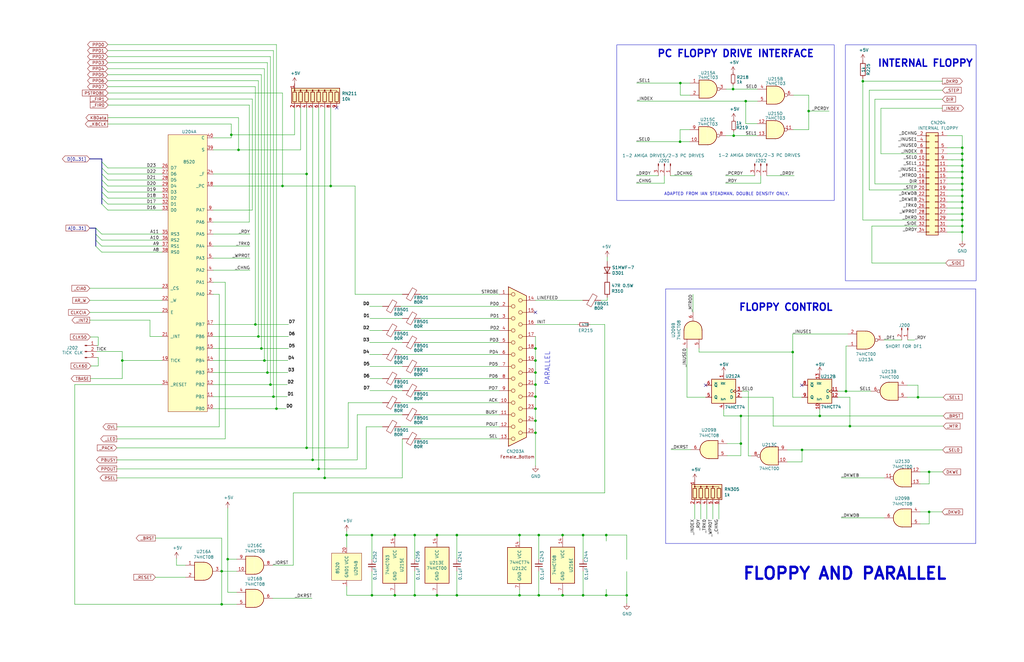
<source format=kicad_sch>
(kicad_sch (version 20230121) (generator eeschema)
  (paper "B")
  (title_block (title "AMIGA PCI") (date "2023-05-28") (rev "1"))
  (junction (at 363.855 34.29))
  (junction (at 219.075 225.806))
  (junction (at 219.075 251.206))
  (junction (at 129.286 73.406))
  (junction (at 108.966 141.986))
  (junction (at 225.806 182.626))
  (junction (at 264.287 251.206))
  (junction (at 314.452 42.672))
  (junction (at 391.795 216.027))
  (junction (at 227.203 251.206))
  (junction (at 405.765 69.977))
  (junction (at 237.236 225.806))
  (junction (at 96.012 235.966))
  (junction (at 309.372 57.277))
  (junction (at 405.765 92.837))
  (junction (at 184.277 251.206))
  (junction (at 286.766 59.817))
  (junction (at 139.446 78.486))
  (junction (at 405.765 77.597))
  (junction (at 112.776 157.226))
  (junction (at 110.236 147.066))
  (junction (at 387.096 167.64))
  (junction (at 225.806 177.546))
  (junction (at 405.765 67.437))
  (junction (at 405.765 82.677))
  (junction (at 192.659 225.806))
  (junction (at 184.277 225.806))
  (junction (at 225.806 167.386))
  (junction (at 255.651 251.206))
  (junction (at 312.42 175.514))
  (junction (at 405.765 90.297))
  (junction (at 334.264 148.59))
  (junction (at 114.046 162.306))
  (junction (at 345.694 175.514))
  (junction (at 174.879 225.806))
  (junction (at 405.765 64.897))
  (junction (at 338.201 189.865))
  (junction (at 405.765 72.517))
  (junction (at 358.394 179.832))
  (junction (at 51.562 152.146))
  (junction (at 192.659 251.206))
  (junction (at 245.872 251.206))
  (junction (at 107.696 136.906))
  (junction (at 356.743 165.1))
  (junction (at 156.845 225.806))
  (junction (at 225.806 157.226))
  (junction (at 146.177 225.806))
  (junction (at 97.536 56.896))
  (junction (at 227.203 225.806))
  (junction (at 286.893 35.052))
  (junction (at 134.366 197.866))
  (junction (at 93.472 241.046))
  (junction (at 119.126 78.486))
  (junction (at 131.826 194.056))
  (junction (at 93.472 255.016))
  (junction (at 166.497 225.806))
  (junction (at 225.806 172.466))
  (junction (at 116.586 172.466))
  (junction (at 245.872 225.806))
  (junction (at 405.765 62.357))
  (junction (at 405.765 80.137))
  (junction (at 225.806 162.306))
  (junction (at 100.584 63.246))
  (junction (at 166.497 251.206))
  (junction (at 309.118 37.592))
  (junction (at 115.316 167.386))
  (junction (at 405.765 95.377))
  (junction (at 312.42 187.198))
  (junction (at 405.765 97.917))
  (junction (at 156.845 251.206))
  (junction (at 225.806 147.066))
  (junction (at 405.765 85.217))
  (junction (at 136.906 201.676))
  (junction (at 405.765 87.757))
  (junction (at 340.995 46.863))
  (junction (at 225.806 152.146))
  (junction (at 129.286 188.976))
  (junction (at 391.795 199.136))
  (junction (at 237.236 251.206))
  (junction (at 174.879 251.206))
  (junction (at 111.506 152.146))
  (junction (at 255.651 225.806))
  (junction (at 405.765 75.057))
  (no_connect (at 141.986 45.466))
  (no_connect (at 297.561 162.56))
  (no_connect (at 338.074 162.56))
  (no_connect (at 225.806 131.826))
  (bus_entry (at 45.466 75.946) (size -2.54 -2.54))
  (bus_entry (at 45.466 70.866) (size -2.54 -2.54))
  (bus_entry (at 45.466 86.106) (size -2.54 -2.54))
  (bus_entry (at 45.466 73.406) (size -2.54 -2.54))
  (bus_entry (at 42.926 98.806) (size -2.54 -2.54))
  (bus_entry (at 42.926 106.426) (size -2.54 -2.54))
  (bus_entry (at 45.466 88.646) (size -2.54 -2.54))
  (bus_entry (at 45.466 78.486) (size -2.54 -2.54))
  (bus_entry (at 42.926 103.886) (size -2.54 -2.54))
  (bus_entry (at 45.466 81.026) (size -2.54 -2.54))
  (bus_entry (at 42.926 101.346) (size -2.54 -2.54))
  (bus_entry (at 45.466 83.566) (size -2.54 -2.54))
  (wire (pts (xy 399.415 75.057) (xy 405.765 75.057)))
  (wire (pts (xy 358.394 179.832) (xy 326.009 179.832)))
  (wire (pts (xy 371.475 64.897) (xy 371.475 45.72)))
  (wire (pts (xy 309.372 57.277) (xy 319.278 57.277)))
  (wire (pts (xy 93.472 241.046) (xy 93.472 255.016)))
  (wire (pts (xy 306.07 57.277) (xy 309.372 57.277)))
  (wire (pts (xy 155.956 159.766) (xy 161.29 159.766)))
  (wire (pts (xy 280.162 74.168) (xy 280.162 77.343)))
  (wire (pts (xy 256.032 125.476) (xy 256.032 126.746)))
  (wire (pts (xy 280.162 77.343) (xy 268.351 77.343)))
  (wire (pts (xy 331.978 194.945) (xy 338.201 194.945)))
  (wire (pts (xy 45.466 23.876) (xy 114.046 23.876)))
  (wire (pts (xy 405.765 95.377) (xy 405.765 97.917)))
  (wire (pts (xy 41.402 150.876) (xy 40.894 150.876)))
  (bus (pts (xy 42.926 68.326) (xy 42.926 70.866)))
  (wire (pts (xy 123.698 208.026) (xy 255.016 208.026)))
  (wire (pts (xy 139.446 45.466) (xy 139.446 78.486)))
  (wire (pts (xy 45.466 70.866) (xy 68.326 70.866)))
  (wire (pts (xy 399.415 85.217) (xy 405.765 85.217)))
  (wire (pts (xy 154.432 180.086) (xy 154.432 197.866)))
  (wire (pts (xy 177.292 164.846) (xy 210.566 164.846)))
  (wire (pts (xy 89.916 58.166) (xy 97.536 58.166)))
  (wire (pts (xy 107.696 136.906) (xy 121.666 136.906)))
  (wire (pts (xy 110.236 147.066) (xy 89.916 147.066)))
  (wire (pts (xy 255.651 248.666) (xy 255.651 251.206)))
  (wire (pts (xy 161.29 180.086) (xy 154.432 180.086)))
  (wire (pts (xy 334.264 140.97) (xy 334.264 148.59)))
  (wire (pts (xy 334.264 167.64) (xy 334.264 148.59)))
  (wire (pts (xy 106.426 88.646) (xy 89.916 88.646)))
  (wire (pts (xy 399.415 82.677) (xy 405.765 82.677)))
  (wire (pts (xy 399.415 64.897) (xy 405.765 64.897)))
  (wire (pts (xy 227.203 251.206) (xy 237.236 251.206)))
  (wire (pts (xy 45.466 34.036) (xy 108.966 34.036)))
  (wire (pts (xy 386.715 77.597) (xy 368.935 77.597)))
  (wire (pts (xy 382.778 143.51) (xy 385.699 143.51)))
  (wire (pts (xy 405.765 69.977) (xy 405.765 72.517)))
  (wire (pts (xy 97.536 58.166) (xy 97.536 56.896)))
  (wire (pts (xy 49.276 188.976) (xy 129.286 188.976)))
  (wire (pts (xy 124.206 56.896) (xy 97.536 56.896)))
  (wire (pts (xy 282.702 74.168) (xy 291.973 74.168)))
  (wire (pts (xy 286.766 59.817) (xy 290.83 59.817)))
  (wire (pts (xy 312.42 175.514) (xy 305.181 175.514)))
  (wire (pts (xy 38.1 159.766) (xy 51.562 159.766)))
  (wire (pts (xy 169.672 185.166) (xy 169.672 201.676)))
  (wire (pts (xy 312.42 187.198) (xy 312.42 175.514)))
  (wire (pts (xy 391.795 221.107) (xy 391.795 216.027)))
  (wire (pts (xy 108.966 34.036) (xy 108.966 141.986)))
  (wire (pts (xy 399.415 80.137) (xy 405.765 80.137)))
  (wire (pts (xy 105.156 44.323) (xy 45.593 44.323)))
  (wire (pts (xy 368.935 41.91) (xy 397.383 41.91)))
  (bus (pts (xy 37.846 96.266) (xy 40.386 96.266)))
  (wire (pts (xy 168.91 159.766) (xy 210.566 159.766)))
  (wire (pts (xy 63.246 135.128) (xy 37.846 135.128)))
  (wire (pts (xy 405.765 67.437) (xy 405.765 69.977)))
  (wire (pts (xy 334.518 54.737) (xy 340.995 54.737)))
  (wire (pts (xy 366.522 80.137) (xy 366.522 38.1)))
  (wire (pts (xy 300.609 212.725) (xy 300.609 219.075)))
  (wire (pts (xy 340.995 46.863) (xy 340.995 40.132)))
  (bus (pts (xy 40.386 101.346) (xy 40.386 103.886)))
  (wire (pts (xy 309.372 55.499) (xy 309.372 57.277)))
  (wire (pts (xy 399.415 77.597) (xy 405.765 77.597)))
  (wire (pts (xy 306.578 187.198) (xy 312.42 187.198)))
  (wire (pts (xy 45.466 73.406) (xy 68.326 73.406)))
  (wire (pts (xy 286.893 35.052) (xy 290.957 35.052)))
  (wire (pts (xy 89.916 93.726) (xy 105.156 93.726)))
  (wire (pts (xy 96.012 235.966) (xy 96.012 249.936)))
  (wire (pts (xy 124.206 45.466) (xy 124.206 56.896)))
  (wire (pts (xy 114.046 23.876) (xy 114.046 162.306)))
  (wire (pts (xy 31.496 255.016) (xy 31.496 162.306)))
  (wire (pts (xy 65.532 227.076) (xy 93.472 227.076)))
  (wire (pts (xy 96.012 214.376) (xy 96.012 235.966)))
  (wire (pts (xy 405.765 72.517) (xy 405.765 75.057)))
  (wire (pts (xy 192.659 251.206) (xy 219.075 251.206)))
  (wire (pts (xy 306.578 192.278) (xy 312.42 192.278)))
  (wire (pts (xy 326.009 179.832) (xy 326.009 167.64)))
  (wire (pts (xy 363.855 33.147) (xy 363.855 34.29)))
  (wire (pts (xy 97.536 56.896) (xy 97.536 52.324)))
  (wire (pts (xy 253.365 126.746) (xy 256.032 126.746)))
  (wire (pts (xy 42.926 106.426) (xy 68.326 106.426)))
  (wire (pts (xy 174.879 251.206) (xy 184.277 251.206)))
  (wire (pts (xy 334.264 148.59) (xy 294.767 148.59)))
  (wire (pts (xy 45.593 41.783) (xy 106.426 41.783)))
  (wire (pts (xy 255.651 225.806) (xy 255.651 228.346)))
  (wire (pts (xy 225.806 167.386) (xy 225.806 172.466)))
  (wire (pts (xy 41.402 154.432) (xy 38.354 154.432)))
  (wire (pts (xy 146.812 169.926) (xy 146.812 188.976)))
  (wire (pts (xy 219.075 225.806) (xy 219.075 228.473)))
  (wire (pts (xy 177.292 124.206) (xy 210.566 124.206)))
  (wire (pts (xy 386.715 64.897) (xy 371.475 64.897)))
  (wire (pts (xy 45.466 26.416) (xy 112.776 26.416)))
  (wire (pts (xy 41.402 145.796) (xy 40.894 145.796)))
  (wire (pts (xy 184.277 225.806) (xy 192.659 225.806)))
  (wire (pts (xy 146.177 251.206) (xy 146.177 247.396)))
  (wire (pts (xy 405.765 92.837) (xy 405.765 95.377)))
  (wire (pts (xy 315.595 192.405) (xy 316.738 192.405)))
  (wire (pts (xy 121.666 141.986) (xy 108.966 141.986)))
  (wire (pts (xy 177.292 144.526) (xy 210.566 144.526)))
  (wire (pts (xy 318.262 74.168) (xy 305.943 74.168)))
  (wire (pts (xy 49.276 201.676) (xy 136.906 201.676)))
  (wire (pts (xy 340.995 40.132) (xy 334.645 40.132)))
  (wire (pts (xy 289.687 146.939) (xy 289.687 167.64)))
  (wire (pts (xy 97.536 52.324) (xy 45.466 52.324)))
  (wire (pts (xy 371.475 45.72) (xy 397.383 45.72)))
  (wire (pts (xy 169.672 201.676) (xy 136.906 201.676)))
  (wire (pts (xy 155.956 164.846) (xy 169.672 164.846)))
  (wire (pts (xy 225.806 157.226) (xy 225.806 162.306)))
  (wire (pts (xy 387.096 167.64) (xy 397.764 167.64)))
  (wire (pts (xy 405.765 82.677) (xy 405.765 85.217)))
  (wire (pts (xy 74.422 235.585) (xy 74.422 238.506)))
  (wire (pts (xy 382.524 167.64) (xy 387.096 167.64)))
  (wire (pts (xy 68.326 75.946) (xy 45.466 75.946)))
  (wire (pts (xy 121.666 147.066) (xy 110.236 147.066)))
  (wire (pts (xy 353.314 167.64) (xy 358.394 167.64)))
  (wire (pts (xy 112.776 157.226) (xy 89.916 157.226)))
  (wire (pts (xy 399.415 69.977) (xy 405.765 69.977)))
  (wire (pts (xy 63.246 141.986) (xy 63.246 135.128)))
  (wire (pts (xy 116.586 18.796) (xy 116.586 172.466)))
  (wire (pts (xy 146.812 169.926) (xy 161.29 169.926)))
  (wire (pts (xy 312.42 192.278) (xy 312.42 187.198)))
  (wire (pts (xy 168.91 129.286) (xy 210.566 129.286)))
  (bus (pts (xy 42.926 83.566) (xy 42.926 86.106)))
  (wire (pts (xy 391.795 204.216) (xy 391.795 199.136)))
  (wire (pts (xy 177.292 154.686) (xy 210.566 154.686)))
  (wire (pts (xy 338.201 189.865) (xy 397.51 189.865)))
  (wire (pts (xy 51.562 152.146) (xy 68.326 152.146)))
  (wire (pts (xy 166.497 251.206) (xy 174.879 251.206)))
  (wire (pts (xy 399.415 87.757) (xy 405.765 87.757)))
  (wire (pts (xy 405.765 64.897) (xy 405.765 67.437)))
  (wire (pts (xy 105.156 93.726) (xy 105.156 44.323)))
  (wire (pts (xy 89.916 63.246) (xy 100.584 63.246)))
  (wire (pts (xy 312.801 165.1) (xy 315.595 165.1)))
  (wire (pts (xy 45.466 78.486) (xy 68.326 78.486)))
  (wire (pts (xy 268.351 59.817) (xy 286.766 59.817)))
  (wire (pts (xy 225.806 182.626) (xy 225.806 196.596)))
  (wire (pts (xy 149.733 78.486) (xy 149.733 124.206)))
  (bus (pts (xy 40.386 98.806) (xy 40.386 101.346)))
  (wire (pts (xy 340.995 46.863) (xy 340.995 54.737)))
  (wire (pts (xy 68.326 131.826) (xy 37.846 131.826)))
  (wire (pts (xy 264.287 225.806) (xy 255.651 225.806)))
  (wire (pts (xy 156.845 241.173) (xy 156.845 251.206)))
  (wire (pts (xy 255.016 136.906) (xy 255.016 208.026)))
  (wire (pts (xy 42.926 101.346) (xy 68.326 101.346)))
  (wire (pts (xy 345.694 172.72) (xy 345.694 175.514)))
  (wire (pts (xy 192.659 225.806) (xy 219.075 225.806)))
  (wire (pts (xy 115.316 167.386) (xy 121.158 167.386)))
  (wire (pts (xy 31.496 255.016) (xy 93.472 255.016)))
  (wire (pts (xy 154.432 197.866) (xy 134.366 197.866)))
  (wire (pts (xy 345.694 175.514) (xy 397.764 175.514)))
  (wire (pts (xy 314.452 42.672) (xy 314.452 52.197)))
  (wire (pts (xy 399.415 57.277) (xy 405.765 57.277)))
  (wire (pts (xy 89.916 114.046) (xy 105.41 114.046)))
  (wire (pts (xy 68.326 141.986) (xy 63.246 141.986)))
  (wire (pts (xy 399.415 72.517) (xy 405.765 72.517)))
  (wire (pts (xy 255.651 225.806) (xy 245.872 225.806)))
  (wire (pts (xy 237.236 225.806) (xy 245.872 225.806)))
  (wire (pts (xy 387.096 162.56) (xy 387.096 167.64)))
  (wire (pts (xy 399.415 90.297) (xy 405.765 90.297)))
  (wire (pts (xy 155.829 139.446) (xy 161.29 139.446)))
  (wire (pts (xy 368.935 77.597) (xy 368.935 41.91)))
  (wire (pts (xy 92.456 180.086) (xy 92.456 124.206)))
  (wire (pts (xy 225.806 162.306) (xy 225.806 167.386)))
  (bus (pts (xy 42.926 75.946) (xy 42.926 78.486)))
  (wire (pts (xy 292.989 212.725) (xy 292.989 219.075)))
  (wire (pts (xy 225.806 172.466) (xy 225.806 177.546)))
  (wire (pts (xy 338.201 194.945) (xy 338.201 189.865)))
  (wire (pts (xy 155.956 154.686) (xy 169.672 154.686)))
  (wire (pts (xy 366.522 38.1) (xy 397.383 38.1)))
  (wire (pts (xy 294.767 148.59) (xy 294.767 146.939)))
  (wire (pts (xy 107.696 36.576) (xy 107.696 136.906)))
  (wire (pts (xy 93.472 241.046) (xy 99.822 241.046)))
  (wire (pts (xy 168.91 149.606) (xy 210.566 149.606)))
  (wire (pts (xy 134.366 45.466) (xy 134.366 197.866)))
  (wire (pts (xy 174.879 235.966) (xy 174.879 225.806)))
  (wire (pts (xy 354.711 201.676) (xy 372.872 201.676)))
  (wire (pts (xy 386.715 95.377) (xy 367.665 95.377)))
  (wire (pts (xy 248.793 136.906) (xy 255.016 136.906)))
  (wire (pts (xy 405.765 62.357) (xy 405.765 64.897)))
  (wire (pts (xy 96.012 249.936) (xy 99.822 249.936)))
  (wire (pts (xy 320.802 74.168) (xy 320.802 77.343)))
  (wire (pts (xy 399.415 97.917) (xy 405.765 97.917)))
  (wire (pts (xy 356.743 146.05) (xy 356.743 165.1)))
  (wire (pts (xy 92.456 124.206) (xy 89.916 124.206)))
  (wire (pts (xy 126.746 45.466) (xy 126.746 63.246)))
  (wire (pts (xy 94.996 185.166) (xy 49.276 185.166)))
  (wire (pts (xy 388.112 221.107) (xy 391.795 221.107)))
  (wire (pts (xy 111.506 152.146) (xy 121.412 152.146)))
  (wire (pts (xy 108.966 141.986) (xy 89.916 141.986)))
  (wire (pts (xy 45.466 28.956) (xy 111.506 28.956)))
  (wire (pts (xy 99.822 255.016) (xy 93.472 255.016)))
  (wire (pts (xy 174.879 241.046) (xy 174.879 251.206)))
  (wire (pts (xy 367.665 95.377) (xy 367.665 110.998)))
  (wire (pts (xy 156.845 225.806) (xy 166.497 225.806)))
  (wire (pts (xy 264.287 241.173) (xy 264.287 251.206)))
  (wire (pts (xy 99.822 235.966) (xy 96.012 235.966)))
  (wire (pts (xy 123.698 238.506) (xy 123.698 208.026)))
  (wire (pts (xy 40.894 148.336) (xy 51.562 148.336)))
  (wire (pts (xy 129.286 73.406) (xy 129.286 188.976)))
  (wire (pts (xy 174.879 225.806) (xy 184.277 225.806)))
  (wire (pts (xy 45.466 88.646) (xy 68.326 88.646)))
  (wire (pts (xy 298.069 212.725) (xy 298.069 219.075)))
  (wire (pts (xy 68.326 81.026) (xy 45.466 81.026)))
  (wire (pts (xy 41.402 154.432) (xy 41.402 150.876)))
  (wire (pts (xy 93.472 227.076) (xy 93.472 241.046)))
  (wire (pts (xy 156.845 236.093) (xy 156.845 225.806)))
  (wire (pts (xy 177.292 134.366) (xy 210.566 134.366)))
  (wire (pts (xy 192.659 241.046) (xy 192.659 251.206)))
  (bus (pts (xy 40.386 96.266) (xy 40.386 98.806)))
  (wire (pts (xy 225.806 152.146) (xy 225.806 157.226)))
  (wire (pts (xy 225.806 147.066) (xy 225.806 152.146)))
  (wire (pts (xy 45.593 39.243) (xy 119.126 39.243)))
  (wire (pts (xy 114.046 162.306) (xy 89.916 162.306)))
  (wire (pts (xy 112.776 157.226) (xy 121.412 157.226)))
  (wire (pts (xy 131.826 45.466) (xy 131.826 194.056)))
  (wire (pts (xy 405.765 97.917) (xy 405.765 101.727)))
  (wire (pts (xy 31.496 162.306) (xy 68.326 162.306)))
  (wire (pts (xy 245.872 235.966) (xy 245.872 225.806)))
  (wire (pts (xy 155.956 134.366) (xy 169.672 134.366)))
  (wire (pts (xy 314.452 52.197) (xy 319.278 52.197)))
  (wire (pts (xy 41.402 142.24) (xy 41.402 145.796)))
  (wire (pts (xy 166.497 225.806) (xy 174.879 225.806)))
  (wire (pts (xy 156.845 251.206) (xy 166.497 251.206)))
  (wire (pts (xy 391.795 216.027) (xy 388.112 216.027)))
  (wire (pts (xy 49.276 197.866) (xy 134.366 197.866)))
  (wire (pts (xy 399.415 62.357) (xy 405.765 62.357)))
  (wire (pts (xy 41.402 142.24) (xy 38.1 142.24)))
  (wire (pts (xy 264.287 254.635) (xy 264.287 251.206)))
  (wire (pts (xy 405.765 87.757) (xy 405.765 90.297)))
  (wire (pts (xy 146.812 188.976) (xy 129.286 188.976)))
  (wire (pts (xy 334.899 74.168) (xy 323.342 74.168)))
  (wire (pts (xy 255.651 251.206) (xy 245.872 251.206)))
  (wire (pts (xy 309.118 35.814) (xy 309.118 37.592)))
  (wire (pts (xy 256.032 108.458) (xy 256.032 110.236)))
  (wire (pts (xy 149.733 124.206) (xy 169.672 124.206)))
  (wire (pts (xy 386.715 80.137) (xy 366.522 80.137)))
  (wire (pts (xy 45.466 31.496) (xy 110.236 31.496)))
  (wire (pts (xy 268.478 35.052) (xy 286.893 35.052)))
  (wire (pts (xy 116.586 172.466) (xy 89.916 172.466)))
  (wire (pts (xy 89.916 119.126) (xy 94.996 119.126)))
  (wire (pts (xy 405.765 77.597) (xy 405.765 80.137)))
  (wire (pts (xy 115.316 167.386) (xy 89.916 167.386)))
  (wire (pts (xy 399.415 67.437) (xy 405.765 67.437)))
  (wire (pts (xy 116.586 172.466) (xy 120.65 172.466)))
  (wire (pts (xy 37.846 121.666) (xy 68.326 121.666)))
  (wire (pts (xy 51.562 148.336) (xy 51.562 152.146)))
  (wire (pts (xy 219.075 251.206) (xy 227.203 251.206)))
  (wire (pts (xy 45.466 83.566) (xy 68.326 83.566)))
  (wire (pts (xy 363.855 34.29) (xy 397.383 34.29)))
  (wire (pts (xy 290.957 40.132) (xy 286.893 40.132)))
  (wire (pts (xy 107.696 136.906) (xy 89.916 136.906)))
  (wire (pts (xy 353.314 165.1) (xy 356.743 165.1)))
  (wire (pts (xy 227.203 225.806) (xy 237.236 225.806)))
  (wire (pts (xy 372.745 143.51) (xy 380.238 143.51)))
  (wire (pts (xy 42.926 98.806) (xy 68.326 98.806)))
  (wire (pts (xy 51.562 159.766) (xy 51.562 152.146)))
  (wire (pts (xy 49.276 180.086) (xy 92.456 180.086)))
  (wire (pts (xy 225.806 136.906) (xy 243.713 136.906)))
  (wire (pts (xy 155.829 129.286) (xy 161.29 129.286)))
  (wire (pts (xy 382.524 162.56) (xy 387.096 162.56)))
  (wire (pts (xy 295.529 212.725) (xy 295.529 219.075)))
  (wire (pts (xy 177.292 185.166) (xy 210.566 185.166)))
  (wire (pts (xy 177.292 175.006) (xy 210.566 175.006)))
  (wire (pts (xy 89.916 152.146) (xy 111.506 152.146)))
  (wire (pts (xy 225.806 141.986) (xy 225.806 147.066)))
  (wire (pts (xy 331.978 189.865) (xy 338.201 189.865)))
  (wire (pts (xy 225.806 177.546) (xy 225.806 182.626)))
  (bus (pts (xy 42.926 73.406) (xy 42.926 75.946)))
  (wire (pts (xy 388.112 199.136) (xy 391.795 199.136)))
  (wire (pts (xy 227.203 235.966) (xy 227.203 225.806)))
  (wire (pts (xy 237.236 251.206) (xy 245.872 251.206)))
  (wire (pts (xy 156.845 225.806) (xy 146.177 225.806)))
  (wire (pts (xy 405.765 75.057) (xy 405.765 77.597)))
  (wire (pts (xy 115.316 21.336) (xy 115.316 167.386)))
  (wire (pts (xy 345.694 175.514) (xy 312.42 175.514)))
  (wire (pts (xy 268.605 42.672) (xy 314.452 42.672)))
  (wire (pts (xy 112.776 26.416) (xy 112.776 157.226)))
  (wire (pts (xy 268.351 74.168) (xy 277.622 74.168)))
  (wire (pts (xy 292.227 124.206) (xy 292.227 131.699)))
  (wire (pts (xy 397.256 216.027) (xy 391.795 216.027)))
  (wire (pts (xy 89.916 78.486) (xy 119.126 78.486)))
  (wire (pts (xy 405.765 90.297) (xy 405.765 92.837)))
  (wire (pts (xy 219.075 225.806) (xy 227.203 225.806)))
  (wire (pts (xy 356.743 146.05) (xy 357.505 146.05)))
  (wire (pts (xy 146.177 225.806) (xy 146.177 230.886)))
  (wire (pts (xy 399.415 95.377) (xy 405.765 95.377)))
  (wire (pts (xy 340.995 46.863) (xy 349.631 46.863)))
  (wire (pts (xy 150.622 175.006) (xy 169.672 175.006)))
  (bus (pts (xy 42.926 81.026) (xy 42.926 83.566)))
  (wire (pts (xy 45.466 36.576) (xy 107.696 36.576)))
  (bus (pts (xy 42.926 78.486) (xy 42.926 81.026)))
  (wire (pts (xy 338.074 167.64) (xy 334.264 167.64)))
  (wire (pts (xy 45.466 18.796) (xy 116.586 18.796)))
  (wire (pts (xy 319.405 42.672) (xy 314.452 42.672)))
  (wire (pts (xy 289.687 167.64) (xy 297.561 167.64)))
  (wire (pts (xy 358.394 179.832) (xy 397.764 179.832)))
  (wire (pts (xy 106.426 41.783) (xy 106.426 88.646)))
  (wire (pts (xy 315.595 165.1) (xy 315.595 192.405)))
  (wire (pts (xy 399.415 92.837) (xy 405.765 92.837)))
  (wire (pts (xy 94.996 119.126) (xy 94.996 185.166)))
  (wire (pts (xy 139.446 78.486) (xy 149.733 78.486)))
  (wire (pts (xy 225.806 126.746) (xy 245.745 126.746)))
  (wire (pts (xy 68.326 86.106) (xy 45.466 86.106)))
  (wire (pts (xy 405.765 57.277) (xy 405.765 62.357)))
  (wire (pts (xy 74.422 238.506) (xy 78.232 238.506)))
  (wire (pts (xy 264.287 236.093) (xy 264.287 225.806)))
  (wire (pts (xy 110.236 31.496) (xy 110.236 147.066)))
  (wire (pts (xy 320.802 77.343) (xy 305.943 77.343)))
  (wire (pts (xy 219.075 251.206) (xy 219.075 248.793)))
  (wire (pts (xy 168.91 169.926) (xy 210.566 169.926)))
  (bus (pts (xy 42.926 70.866) (xy 42.926 73.406)))
  (wire (pts (xy 89.916 103.886) (xy 105.41 103.886)))
  (wire (pts (xy 136.906 45.466) (xy 136.906 201.676)))
  (wire (pts (xy 286.766 54.737) (xy 286.766 59.817)))
  (wire (pts (xy 150.622 194.056) (xy 131.826 194.056)))
  (wire (pts (xy 89.916 73.406) (xy 129.286 73.406)))
  (wire (pts (xy 290.83 54.737) (xy 286.766 54.737)))
  (wire (pts (xy 356.743 165.1) (xy 367.284 165.1)))
  (wire (pts (xy 303.149 212.725) (xy 303.149 219.075)))
  (wire (pts (xy 100.584 63.246) (xy 100.584 49.657)))
  (wire (pts (xy 282.956 189.738) (xy 291.338 189.738)))
  (wire (pts (xy 245.872 241.046) (xy 245.872 251.206)))
  (wire (pts (xy 168.91 139.446) (xy 210.566 139.446)))
  (wire (pts (xy 367.665 110.998) (xy 398.78 110.998)))
  (wire (pts (xy 388.112 204.216) (xy 391.795 204.216)))
  (wire (pts (xy 119.126 39.243) (xy 119.126 78.486)))
  (wire (pts (xy 45.466 49.657) (xy 100.584 49.657)))
  (wire (pts (xy 286.893 40.132) (xy 286.893 35.052)))
  (wire (pts (xy 115.062 252.476) (xy 131.572 252.476)))
  (wire (pts (xy 45.466 21.336) (xy 115.316 21.336)))
  (wire (pts (xy 115.062 238.506) (xy 123.698 238.506)))
  (wire (pts (xy 65.532 243.586) (xy 78.232 243.586)))
  (wire (pts (xy 227.203 241.046) (xy 227.203 251.206)))
  (wire (pts (xy 156.845 251.206) (xy 146.177 251.206)))
  (wire (pts (xy 405.765 80.137) (xy 405.765 82.677)))
  (wire (pts (xy 192.659 235.966) (xy 192.659 225.806)))
  (wire (pts (xy 334.264 140.97) (xy 357.505 140.97)))
  (wire (pts (xy 386.715 92.837) (xy 363.855 92.837)))
  (wire (pts (xy 305.181 175.514) (xy 305.181 172.72)))
  (wire (pts (xy 326.009 167.64) (xy 312.801 167.64)))
  (wire (pts (xy 119.126 78.486) (xy 139.446 78.486)))
  (wire (pts (xy 306.197 37.592) (xy 309.118 37.592)))
  (wire (pts (xy 391.795 199.136) (xy 397.51 199.136)))
  (wire (pts (xy 405.765 85.217) (xy 405.765 87.757)))
  (wire (pts (xy 358.394 167.64) (xy 358.394 179.832)))
  (wire (pts (xy 155.829 149.606) (xy 161.29 149.606)))
  (wire (pts (xy 184.277 251.206) (xy 192.659 251.206)))
  (bus (pts (xy 42.926 67.056) (xy 37.846 67.056)))
  (wire (pts (xy 89.916 98.806) (xy 105.41 98.806)))
  (wire (pts (xy 111.506 28.956) (xy 111.506 152.146)))
  (wire (pts (xy 155.829 144.526) (xy 169.672 144.526)))
  (bus (pts (xy 42.926 67.056) (xy 42.926 68.326)))
  (wire (pts (xy 168.91 180.086) (xy 210.566 180.086)))
  (wire (pts (xy 49.276 194.056) (xy 131.826 194.056)))
  (wire (pts (xy 100.584 63.246) (xy 126.746 63.246)))
  (wire (pts (xy 89.916 108.966) (xy 105.41 108.966)))
  (wire (pts (xy 37.846 126.746) (xy 68.326 126.746)))
  (wire (pts (xy 309.118 37.592) (xy 319.405 37.592)))
  (wire (pts (xy 264.287 251.206) (xy 255.651 251.206)))
  (wire (pts (xy 129.286 45.466) (xy 129.286 73.406)))
  (wire (pts (xy 150.622 175.006) (xy 150.622 194.056)))
  (wire (pts (xy 363.855 34.29) (xy 363.855 92.837)))
  (wire (pts (xy 68.326 103.886) (xy 42.926 103.886)))
  (wire (pts (xy 114.046 162.306) (xy 121.158 162.306)))
  (wire (pts (xy 354.711 218.567) (xy 372.872 218.567)))
  (wire (pts (xy 146.177 224.155) (xy 146.177 225.806)))
  (rectangle (start 280.67 121.92) (end 411.48 229.362))
  (rectangle (start 260.096 18.923) (end 351.79 84.582))
  (rectangle (start 356.489 18.923) (end 411.607 118.491))
  (text "FLOPPY AND PARALLEL" (at 312.928 245.11 0) (effects (font (size 5.0038 5.0038) (thickness 1.0008) bold) (justify left bottom)))
  (text "PC FLOPPY DRIVE INTERFACE" (at 276.987 24.511 0) (effects (font (size 3 3) (thickness 0.6) bold) (justify left bottom)))
  (text "ADAPTED FROM IAN STEADMAN. DOUBLE DENSITY ONLY." (at 280.035 82.677 0) (effects (font (size 1.27 1.27)) (justify left bottom)))
  (text "INTERNAL FLOPPY" (at 369.951 28.575 0) (effects (font (size 3 3) (thickness 0.6) bold) (justify left bottom)))
  (text "PARALLEL" (at 232.029 148.336 90) (effects (font (size 2.0066 2.0066)) (justify right bottom)))
  (text "FLOPPY CONTROL" (at 311.404 131.572 0) (effects (font (size 3 3) bold) (justify left bottom)))
  (label "D1" (at 155.956 134.366 180) (effects (font bold)))
  (label "D4" (at 155.829 149.606 180) (effects (font bold)))
  (label "_TRK0" (at 386.715 87.757 180))
  (label "_TRK0" (at 298.069 219.075 270))
  (label "_DKRST" (at 131.572 252.476 180) (effects (font (size 1.2954 1.2954))))
  (label "_INDEX" (at 268.605 42.672 0))
  (label "LINEFEED" (at 226.314 126.746 0))
  (label "D2" (at 155.829 139.446 180) (effects (font bold)))
  (label "SEL1" (at 367.284 165.1 180))
  (label "_DRDY" (at 386.715 97.917 180))
  (label "_SEL1" (at 386.715 69.977 180))
  (label "D7" (at 121.666 136.906 0) (effects (font bold)))
  (label "PD1" (at 210.566 134.366 180))
  (label "_SEL0" (at 268.351 59.817 0))
  (label "A10" (at 67.056 101.346 180) (effects (font (size 1.2954 1.2954))))
  (label "D20" (at 65.786 78.486 180) (effects (font (size 1.2954 1.2954))))
  (label "PD6" (at 210.058 159.766 180))
  (label "_IORST" (at 115.062 238.506 0))
  (label "D21" (at 65.786 75.946 180) (effects (font (size 1.2954 1.2954))))
  (label "D3" (at 121.412 157.226 0) (effects (font bold)))
  (label "SEL" (at 209.804 185.166 180))
  (label "_DKRST" (at 282.956 189.738 0) (effects (font (size 1.2954 1.2954))))
  (label "_STEP" (at 386.715 80.137 180))
  (label "_CHNG" (at 105.41 114.046 180))
  (label "_DRDY" (at 268.351 74.168 0))
  (label "PD7" (at 209.931 164.846 180))
  (label "D16" (at 65.786 88.646 180) (effects (font (size 1.2954 1.2954))))
  (label "D2" (at 121.158 162.306 0) (effects (font bold)))
  (label "_DKWEB" (at 354.711 201.676 0))
  (label "A9" (at 67.056 103.886 180) (effects (font (size 1.2954 1.2954))))
  (label "_DKRD" (at 386.715 92.837 180))
  (label "_MTROD" (at 292.227 124.206 270))
  (label "_WPROT" (at 300.609 219.075 270))
  (label "BUSY" (at 209.804 175.006 180))
  (label "PD2" (at 210.566 139.446 180))
  (label "D6" (at 121.666 141.986 0) (effects (font bold)))
  (label "PD3" (at 210.312 144.526 180))
  (label "_MTROD" (at 386.715 75.057 180))
  (label "_RDY" (at 305.943 77.343 0))
  (label "PD5" (at 210.058 154.686 180))
  (label "_RDY" (at 295.529 219.075 270))
  (label "_INUSE1" (at 386.715 59.817 180))
  (label "_SEL0" (at 386.715 67.437 180))
  (label "STROBE" (at 210.312 124.206 180))
  (label "_DCHNG" (at 386.715 57.277 180))
  (label "D0" (at 155.829 129.286 180) (effects (font bold)))
  (label "PD0" (at 210.439 129.286 180))
  (label "_INUSE1" (at 386.715 72.517 180))
  (label "_CHNG" (at 303.149 219.075 270))
  (label "D4" (at 121.412 152.146 0) (effects (font bold)))
  (label "_DCHNG" (at 291.973 74.168 180))
  (label "_INUSE0" (at 386.715 62.357 180))
  (label "_INDEX" (at 292.989 219.075 270))
  (label "INIT" (at 226.314 136.906 0))
  (label "D5" (at 121.666 147.066 0) (effects (font bold)))
  (label "_DKWEB" (at 386.715 85.217 180))
  (label "_INDEX" (at 386.715 64.897 180))
  (label "D22" (at 65.786 73.406 180) (effects (font (size 1.2954 1.2954))))
  (label "D19" (at 65.786 81.026 180) (effects (font (size 1.2954 1.2954))))
  (label "_WPROT" (at 105.41 108.966 180))
  (label "_INUSE0" (at 289.687 146.939 270))
  (label "_PCRDY" (at 349.631 46.863 180))
  (label "_DKWDB" (at 354.711 218.567 0))
  (label "A11" (at 67.056 98.806 180) (effects (font (size 1.2954 1.2954))))
  (label "_WPROT" (at 386.715 90.297 180))
  (label "D23" (at 65.786 70.866 180) (effects (font (size 1.2954 1.2954))))
  (label "SEL0" (at 312.801 165.1 0))
  (label "_DRDY" (at 334.899 74.168 180))
  (label "_SEL1" (at 268.478 35.052 0))
  (label "_CHNG" (at 268.351 77.343 0))
  (label "_RDY" (at 105.41 98.806 180))
  (label "D0" (at 120.65 172.466 0) (effects (font bold)))
  (label "PD4" (at 210.185 149.606 180))
  (label "_INUSE1" (at 334.264 140.97 0))
  (label "_SIDE" (at 386.715 95.377 180))
  (label "POUT" (at 209.931 180.086 180))
  (label "D17" (at 65.786 86.106 180) (effects (font (size 1.2954 1.2954))))
  (label "D1" (at 121.158 167.386 0) (effects (font bold)))
  (label "D18" (at 65.786 83.566 180) (effects (font (size 1.2954 1.2954))))
  (label "A8" (at 67.056 106.426 180) (effects (font (size 1.2954 1.2954))))
  (label "D3" (at 155.829 144.526 180) (effects (font bold)))
  (label "SEL0" (at 319.278 37.592 180))
  (label "TICK" (at 44.958 148.336 180))
  (label "_TRK0" (at 105.41 103.886 180))
  (label "_RDY" (at 385.699 143.51 0))
  (label "SEL1" (at 319.151 57.277 180))
  (label "D7" (at 155.956 164.846 180) (effects (font bold)))
  (label "_PCRDY" (at 305.943 74.168 0))
  (label "_DF1" (at 372.745 143.51 0))
  (label "ACK" (at 209.931 169.926 180))
  (label "D5" (at 155.956 154.686 180) (effects (font bold)))
  (label "_DKWDB" (at 386.715 82.677 180))
  (label "D6" (at 155.956 159.766 180) (effects (font bold)))
  (label "DIR" (at 386.715 77.597 180))
  (global_label "PPOUT" (shape output) (at 49.276 197.866 180) (property "Intersheetrefs" "${INTERSHEET_REFS}" (at 40.2016 197.866 0) (effects (justify right))))
  (global_label "PPD0" (shape bidirectional) (at 45.466 18.796 180) (property "Intersheetrefs" "${INTERSHEET_REFS}" (at 36.4294 18.796 0) (effects (justify right))))
  (global_label "PPD5" (shape bidirectional) (at 45.466 31.496 180) (property "Intersheetrefs" "${INTERSHEET_REFS}" (at 36.4294 31.496 0) (effects (justify right))))
  (global_label "PPD3" (shape bidirectional) (at 45.466 26.416 180) (property "Intersheetrefs" "${INTERSHEET_REFS}" (at 36.4294 26.416 0) (effects (justify right))))
  (global_label "_FIR1" (shape input) (at 45.593 41.783 180) (property "Intersheetrefs" "${INTERSHEET_REFS}" (at 37.5467 41.783 0) (effects (justify right))))
  (global_label "TBASE" (shape output) (at 38.1 159.766 180) (property "Intersheetrefs" "${INTERSHEET_REFS}" (at 29.5095 159.766 0) (effects (justify right))))
  (global_label "PPD2" (shape bidirectional) (at 45.466 23.876 180) (property "Intersheetrefs" "${INTERSHEET_REFS}" (at 36.4294 23.876 0) (effects (justify right))))
  (global_label "CLK50" (shape input) (at 38.1 142.24 180) (property "Intersheetrefs" "${INTERSHEET_REFS}" (at 30.48 142.24 0) (effects (justify right))))
  (global_label "_SEL1" (shape input) (at 397.764 167.64 0) (property "Intersheetrefs" "${INTERSHEET_REFS}" (at 406.2335 167.64 0) (effects (justify left))))
  (global_label "_INDEX" (shape output) (at 397.383 45.72 0) (property "Intersheetrefs" "${INTERSHEET_REFS}" (at 406.8202 45.72 0) (effects (justify left))))
  (global_label "_STEP" (shape input) (at 397.383 38.1 0) (property "Intersheetrefs" "${INTERSHEET_REFS}" (at 405.8525 38.1 0) (effects (justify left))))
  (global_label "_CIA0" (shape input) (at 37.846 121.666 180) (property "Intersheetrefs" "${INTERSHEET_REFS}" (at 29.7997 121.666 0) (effects (justify right))))
  (global_label "_LED" (shape output) (at 49.276 185.166 180) (property "Intersheetrefs" "${INTERSHEET_REFS}" (at 41.9555 185.166 0) (effects (justify right))))
  (global_label "_RESET" (shape input) (at 65.532 243.586 180) (property "Intersheetrefs" "${INTERSHEET_REFS}" (at 55.9135 243.586 0) (effects (justify right))))
  (global_label "DIR" (shape input) (at 397.383 41.91 0) (property "Intersheetrefs" "${INTERSHEET_REFS}" (at 403.4336 41.91 0) (effects (justify left))))
  (global_label "A[0..31]" (shape input) (at 37.846 96.266 180) (property "Intersheetrefs" "${INTERSHEET_REFS}" (at 40.005 93.345 0) (effects (justify right))))
  (global_label "_SEL0" (shape input) (at 397.51 189.865 0) (property "Intersheetrefs" "${INTERSHEET_REFS}" (at 405.9795 189.865 0) (effects (justify left))))
  (global_label "_DKRD" (shape output) (at 397.383 34.29 0) (property "Intersheetrefs" "${INTERSHEET_REFS}" (at 406.3364 34.29 0) (effects (justify left))))
  (global_label "_PACK" (shape input) (at 49.276 188.976 180) (property "Intersheetrefs" "${INTERSHEET_REFS}" (at 40.504 188.976 0) (effects (justify right))))
  (global_label "_INT2" (shape output) (at 37.846 135.128 180) (property "Intersheetrefs" "${INTERSHEET_REFS}" (at 29.8602 135.128 0) (effects (justify right))))
  (global_label "_BRST" (shape output) (at 65.532 227.076 180) (property "Intersheetrefs" "${INTERSHEET_REFS}" (at 56.9415 227.076 0) (effects (justify right))))
  (global_label "_KBCLK" (shape output) (at 45.466 52.324 180) (property "Intersheetrefs" "${INTERSHEET_REFS}" (at 35.4845 52.324 0) (effects (justify right))))
  (global_label "PPD4" (shape bidirectional) (at 45.466 28.956 180) (property "Intersheetrefs" "${INTERSHEET_REFS}" (at 36.4294 28.956 0) (effects (justify right))))
  (global_label "PPD1" (shape bidirectional) (at 45.466 21.336 180) (property "Intersheetrefs" "${INTERSHEET_REFS}" (at 36.4294 21.336 0) (effects (justify right))))
  (global_label "PBUSY" (shape output) (at 49.276 194.056 180) (property "Intersheetrefs" "${INTERSHEET_REFS}" (at 40.2016 194.056 0) (effects (justify right))))
  (global_label "D[0..31]" (shape bidirectional) (at 37.846 67.056 180) (effects (font (size 1.2954 1.2954))) (property "Intersheetrefs" "${INTERSHEET_REFS}" (at 42.545 64.008 0) (effects (justify right))))
  (global_label "_SIDE" (shape input) (at 398.78 110.998 0) (property "Intersheetrefs" "${INTERSHEET_REFS}" (at 406.8867 110.998 0) (effects (justify left))))
  (global_label "CLK60" (shape input) (at 38.354 154.432 180) (property "Intersheetrefs" "${INTERSHEET_REFS}" (at 30.988 154.432 0) (effects (justify right))))
  (global_label "PSEL" (shape output) (at 49.276 201.676 180) (property "Intersheetrefs" "${INTERSHEET_REFS}" (at 41.7136 201.676 0) (effects (justify right))))
  (global_label "_DKWD" (shape input) (at 397.256 216.027 0) (property "Intersheetrefs" "${INTERSHEET_REFS}" (at 406.3908 216.027 0) (effects (justify left))))
  (global_label "PPD7" (shape bidirectional) (at 45.466 36.576 180) (property "Intersheetrefs" "${INTERSHEET_REFS}" (at 36.4294 36.576 0) (effects (justify right))))
  (global_label "CLKCIA" (shape input) (at 37.846 131.826 180) (property "Intersheetrefs" "${INTERSHEET_REFS}" (at 28.4087 131.826 0) (effects (justify right))))
  (global_label "PPD6" (shape bidirectional) (at 45.466 34.036 180) (property "Intersheetrefs" "${INTERSHEET_REFS}" (at 36.4294 34.036 0) (effects (justify right))))
  (global_label "OVL" (shape output) (at 49.276 180.086 180) (property "Intersheetrefs" "${INTERSHEET_REFS}" (at 42.923 180.086 0) (effects (justify right))))
  (global_label "_MTR" (shape input) (at 397.764 179.832 0) (property "Intersheetrefs" "${INTERSHEET_REFS}" (at 405.3264 179.832 0) (effects (justify left))))
  (global_label "DKWE" (shape input) (at 397.51 199.136 0) (property "Intersheetrefs" "${INTERSHEET_REFS}" (at 405.5562 199.136 0) (effects (justify left))))
  (global_label "KBData" (shape output) (at 45.466 49.657 180) (property "Intersheetrefs" "${INTERSHEET_REFS}" (at 35.7265 49.657 0) (effects (justify right))))
  (global_label "AR_W" (shape input) (at 37.846 126.746 180) (property "Intersheetrefs" "${INTERSHEET_REFS}" (at 42.164 124.333 0) (effects (justify right))))
  (global_label "_FIR0" (shape input) (at 45.593 44.323 180) (property "Intersheetrefs" "${INTERSHEET_REFS}" (at 37.5467 44.323 0) (effects (justify right))))
  (global_label "PSTROBE" (shape input) (at 45.593 39.243 180) (property "Intersheetrefs" "${INTERSHEET_REFS}" (at 34.2206 39.243 0) (effects (justify right))))
  (global_label "_BRST" (shape input) (at 397.764 175.514 0) (property "Intersheetrefs" "${INTERSHEET_REFS}" (at 406.3545 175.514 0) (effects (justify left))))
  (symbol (lib_id "AmigaPCI-Symbols:Ferrite_Bead") (at 165.1 169.926 270) (unit 1)
    (property "Reference" "FB501" (at 169.291 171.323 90))
    (property "Value" "80R" (at 168.021 173.2534 90))
    (property "Footprint" "Capacitor_SMD:C_0805_2012Metric" (effects hide))
    (instances (project "AmigaPCI Mainboard" (path "" (reference "FB501") (unit 1)) (path "" (reference "FB200") (unit 1)) (path "" (reference "FB212") (unit 1))) (project "2000ATX" (path "" (reference "FB401") (unit 1)) (path "" (reference "FB401") (unit 1))))
  )
  (symbol (lib_id "power:+5V") (at 345.694 157.48 0) (unit 1)
    (property "Reference" "#PWR0131" (effects hide))
    (property "Value" "+5V" (at 345.694 153.797 0))
    (instances (project "AmigaPCI Mainboard" (path "" (reference "#PWR0131") (unit 1))) (project "2000ATX" (path "" (reference "#PWR0373") (unit 1))))
  )
  (symbol (lib_id "Device:R_Network08") (at 134.366 40.386 0) (unit 1)
    (property "Reference" "RN211" (at 144.145 39.4716 0) (effects (justify left)))
    (property "Value" "10k" (at 144.145 41.783 0) (effects (justify left)))
    (property "Footprint" "Resistor_THT:R_Array_SIP9" (effects hide))
    (property "Datasheet" "http://www.vishay.com/docs/31509/csc.pdf" (effects hide))
    (instances (project "AmigaPCI Mainboard" (path "" (reference "RN211") (unit 1))) (project "2000ATX" (path "" (reference "RN300") (unit 1))))
  )
  (symbol (lib_id "Diode:1N4001") (at 256.032 114.046 270) (mirror x) (unit 1)
    (property "Reference" "D301" (at 258.064 115.2144 90) (effects (justify left)))
    (property "Value" "S1MWF-7" (at 258.064 112.903 90) (effects (justify left)))
    (property "Footprint" "Diode_SMD:D_SOD-123F" (effects hide))
    (property "Datasheet" "http://www.vishay.com/docs/88503/1n4001.pdf" (effects hide))
  )
  (symbol (lib_id "power:+5V") (at 124.206 35.306 0) (unit 1)
    (property "Reference" "#PWR0117" (effects hide))
    (property "Value" "+5V" (at 124.587 30.9118 0))
    (instances (project "AmigaPCI Mainboard" (path "" (reference "#PWR0117") (unit 1))) (project "2000ATX" (path "" (reference "#PWR0363") (unit 1))))
  )
  (symbol (lib_id "AmigaPCI-Symbols:Ferrite_Bead") (at 165.1 159.766 270) (unit 1)
    (property "Reference" "FB501" (at 169.291 161.163 90))
    (property "Value" "80R" (at 168.021 163.0934 90))
    (property "Footprint" "Capacitor_SMD:C_0805_2012Metric" (effects hide))
    (instances (project "AmigaPCI Mainboard" (path "" (reference "FB501") (unit 1)) (path "" (reference "FB200") (unit 1)) (path "" (reference "FB210") (unit 1))) (project "2000ATX" (path "" (reference "FB401") (unit 1)) (path "" (reference "FB401") (unit 1))))
  )
  (symbol (lib_id "Connector:Conn_01x03_Pin") (at 280.162 69.088 270) (unit 1)
    (property "Reference" "J201" (at 282.448 67.818 90) (effects (justify right)))
    (property "Value" "1-2 AMIGA DRIVES/2-3 PC DRIVES" (at 297.053 65.659 90) (effects (justify right)))
    (property "Footprint" "Connector_PinHeader_2.54mm:PinHeader_1x03_P2.54mm_Vertical" (effects hide))
    (instances (project "AmigaPCI Mainboard" (path "" (reference "J201") (unit 1))) (project "2000ATX" (path "" (reference "J301") (unit 1)) (path "" (reference "J301") (unit 1))))
  )
  (symbol (lib_id "AmigaPCI-Symbols:Ferrite_Bead") (at 165.1 129.286 270) (unit 1)
    (property "Reference" "FB501" (at 169.291 130.683 90))
    (property "Value" "80R" (at 168.021 132.6134 90))
    (property "Footprint" "Capacitor_SMD:C_0805_2012Metric" (effects hide))
    (instances (project "AmigaPCI Mainboard" (path "" (reference "FB501") (unit 1)) (path "" (reference "FB200") (unit 1)) (path "" (reference "FB204") (unit 1))) (project "2000ATX" (path "" (reference "FB401") (unit 1)) (path "" (reference "FB401") (unit 1))))
  )
  (symbol (lib_id "power:+5V") (at 292.989 202.565 0) (unit 1)
    (property "Reference" "#PWR0123" (effects hide))
    (property "Value" "+5V" (at 293.37 198.1708 0))
    (instances (project "AmigaPCI Mainboard" (path "" (reference "#PWR0123") (unit 1))) (project "2000ATX" (path "" (reference "#PWR0376") (unit 1))))
  )
  (symbol (lib_id "AmigaPCI-Symbols:MOS 8520") (at 79.756 108.966 0) (unit 1)
    (property "Reference" "U204" (at 79.756 55.626 0))
    (property "Value" "8520" (at 79.756 68.326 0))
    (property "Footprint" "Package_DIP:DIP-40_W15.24mm_Socket" (effects hide))
    (instances (project "AmigaPCI Mainboard" (path "" (reference "U204") (unit 1))) (project "2000ATX" (path "" (reference "U300") (unit 1))))
  )
  (symbol (lib_id "AmigaPCI-Symbols:Ferrite_Bead") (at 165.1 180.086 270) (unit 1)
    (property "Reference" "FB501" (at 169.291 181.483 90))
    (property "Value" "80R" (at 168.021 183.4134 90))
    (property "Footprint" "Capacitor_SMD:C_0805_2012Metric" (effects hide))
    (instances (project "AmigaPCI Mainboard" (path "" (reference "FB501") (unit 1)) (path "" (reference "FB200") (unit 1)) (path "" (reference "FB214") (unit 1))) (project "2000ATX" (path "" (reference "FB401") (unit 1)) (path "" (reference "FB401") (unit 1))))
  )
  (symbol (lib_id "Device:C_Small") (at 174.879 238.506 180) (unit 1)
    (property "Reference" "C256" (at 176.149 237.49 90) (effects (justify right)))
    (property "Value" "0.1uF" (at 176.276 244.856 90) (effects (justify right)))
    (property "Footprint" "Capacitor_SMD:C_0603_1608Metric" (effects hide))
    (instances (project "AmigaPCI Mainboard" (path "" (reference "C256") (unit 1))) (project "2000ATX" (path "" (reference "C203") (unit 1))))
  )
  (symbol (lib_id "Device:C_Small") (at 245.872 238.506 180) (unit 1)
    (property "Reference" "C244" (at 247.142 237.49 90) (effects (justify right)))
    (property "Value" "0.1uF" (at 247.269 244.856 90) (effects (justify right)))
    (property "Footprint" "Capacitor_SMD:C_0603_1608Metric" (effects hide))
    (instances (project "AmigaPCI Mainboard" (path "" (reference "C244") (unit 1))) (project "2000ATX" (path "" (reference "C203") (unit 1))))
  )
  (symbol (lib_id "Device:R") (at 363.855 29.337 0) (unit 1)
    (property "Reference" "R225" (at 366.141 31.877 90) (effects (justify left)))
    (property "Value" "1k" (at 364.109 30.607 90) (effects (justify left)))
    (property "Footprint" "Resistor_SMD:R_0603_1608Metric" (effects hide))
    (instances (project "AmigaPCI Mainboard" (path "" (reference "R225") (unit 1))) (project "2000ATX" (path "" (reference "R301") (unit 1))))
  )
  (symbol (lib_id "AmigaPCI-Symbols:Ferrite_Bead") (at 249.555 126.746 270) (unit 1)
    (property "Reference" "FB501" (at 253.746 128.143 90))
    (property "Value" "80R" (at 252.476 130.0734 90))
    (property "Footprint" "Capacitor_SMD:C_0805_2012Metric" (effects hide))
    (instances (project "AmigaPCI Mainboard" (path "" (reference "FB501") (unit 1)) (path "" (reference "FB200") (unit 1)) (path "" (reference "FB202") (unit 1))) (project "2000ATX" (path "" (reference "FB401") (unit 1)) (path "" (reference "FB401") (unit 1))))
  )
  (symbol (lib_id "Device:R_Small") (at 309.118 33.274 0) (unit 1)
    (property "Reference" "R218" (at 310.6166 32.6303 0) (effects (justify left)))
    (property "Value" "1k" (at 310.6166 34.5513 0) (effects (justify left)))
    (property "Footprint" "Resistor_SMD:R_0603_1608Metric" (effects hide))
  )
  (symbol (lib_id "AmigaPCI-Symbols:DB25_Stack_FemaleAndMale") (at 218.186 154.686 0) (unit 1)
    (property "Reference" "CN203" (at 217.297 190.4746 0))
    (property "Value" "DB25_Stack_FemaleAndMale" (effects hide))
    (property "Footprint" "AmigaPCI:DSUB-25_Stack_Female_Bottom_Male_Top" (effects hide))
    (property "Datasheet" " ~" (effects hide))
    (instances (project "AmigaPCI Mainboard" (path "" (reference "CN203") (unit 1))) (project "2000ATX" (path "" (reference "CN305") (unit 1))))
  )
  (symbol (lib_id "Device:C_Small") (at 192.659 238.506 180) (unit 1)
    (property "Reference" "C241" (at 193.929 237.49 90) (effects (justify right)))
    (property "Value" "0.1uF" (at 194.056 244.856 90) (effects (justify right)))
    (property "Footprint" "Capacitor_SMD:C_0603_1608Metric" (effects hide))
    (instances (project "AmigaPCI Mainboard" (path "" (reference "C241") (unit 1))) (project "2000ATX" (path "" (reference "C203") (unit 1))))
  )
  (symbol (lib_id "74xx:74LS08") (at 85.852 241.046 0) (unit 1)
    (property "Reference" "U216" (at 85.852 232.791 0))
    (property "Value" "74HCT08" (at 85.852 235.1024 0))
    (property "Footprint" "Package_SO:SOIC-14_3.9x8.7mm_P1.27mm" (effects hide))
    (property "Datasheet" "http://www.ti.com/lit/gpn/sn74LS08" (effects hide))
    (instances (project "AmigaPCI Mainboard" (path "" (reference "U216") (unit 1))) (project "2000ATX" (path "" (reference "U607") (unit 1))))
  )
  (symbol (lib_id "AmigaPCI-Symbols:Ferrite_Bead") (at 165.1 149.606 270) (unit 1)
    (property "Reference" "FB501" (at 169.291 151.003 90))
    (property "Value" "80R" (at 168.021 152.9334 90))
    (property "Footprint" "Capacitor_SMD:C_0805_2012Metric" (effects hide))
    (instances (project "AmigaPCI Mainboard" (path "" (reference "FB501") (unit 1)) (path "" (reference "FB200") (unit 1)) (path "" (reference "FB208") (unit 1))) (project "2000ATX" (path "" (reference "FB401") (unit 1)) (path "" (reference "FB401") (unit 1))))
  )
  (symbol (lib_id "power:+5V") (at 96.012 214.376 0) (unit 1)
    (property "Reference" "#PWR0116" (effects hide))
    (property "Value" "+5V" (at 96.393 209.9818 0))
    (instances (project "AmigaPCI Mainboard" (path "" (reference "#PWR0116") (unit 1))) (project "2000ATX" (path "" (reference "#PWR0368") (unit 1))))
  )
  (symbol (lib_id "74xx:74LS74") (at 345.694 165.1 180) (unit 2)
    (property "Reference" "U212" (at 349.25 158.877 0))
    (property "Value" "74HCT74" (at 350.393 171.704 0))
    (property "Footprint" "Package_SO:SOIC-14_3.9x8.7mm_P1.27mm" (effects hide))
    (property "Datasheet" "74xx/74hc_hct74.pdf" (effects hide))
    (instances (project "AmigaPCI Mainboard" (path "" (reference "U212") (unit 2))) (project "2000ATX" (path "" (reference "U108") (unit 2))))
  )
  (symbol (lib_id "AmigaPCI-Symbols:Ferrite_Bead") (at 173.482 134.366 270) (unit 1)
    (property "Reference" "FB501" (at 177.673 135.763 90))
    (property "Value" "80R" (at 176.403 137.6934 90))
    (property "Footprint" "Capacitor_SMD:C_0805_2012Metric" (effects hide))
    (instances (project "AmigaPCI Mainboard" (path "" (reference "FB501") (unit 1)) (path "" (reference "FB200") (unit 1)) (path "" (reference "FB205") (unit 1))) (project "2000ATX" (path "" (reference "FB401") (unit 1)) (path "" (reference "FB401") (unit 1))))
  )
  (symbol (lib_id "74xx:74LS08") (at 237.236 238.506 0) (mirror y) (unit 5)
    (property "Reference" "U216" (at 240.792 235.331 90) (effects (justify right)))
    (property "Value" "74HCT08" (at 233.807 234.188 90) (effects (justify right)))
    (property "Footprint" "Package_SO:SOIC-14_3.9x8.7mm_P1.27mm" (effects hide))
    (property "Datasheet" "http://www.ti.com/lit/gpn/sn74LS08" (effects hide))
    (instances (project "AmigaPCI Mainboard" (path "" (reference "U216") (unit 5))) (project "2000ATX" (path "" (reference "U607") (unit 5))))
  )
  (symbol (lib_id "74xx:74LS74") (at 305.181 165.1 180) (unit 1)
    (property "Reference" "U212" (at 308.991 158.75 0))
    (property "Value" "74HCT74" (at 309.88 171.831 0))
    (property "Footprint" "Package_SO:SOIC-14_3.9x8.7mm_P1.27mm" (effects hide))
    (property "Datasheet" "74xx/74hc_hct74.pdf" (effects hide))
    (instances (project "AmigaPCI Mainboard" (path "" (reference "U212") (unit 1))) (project "2000ATX" (path "" (reference "U108") (unit 2))))
  )
  (symbol (lib_id "power:+5V") (at 309.118 30.734 0) (unit 1)
    (property "Reference" "#PWR0277" (effects hide))
    (property "Value" "+5V" (at 309.499 26.3398 0))
    (instances (project "AmigaPCI Mainboard" (path "" (reference "#PWR0277") (unit 1))) (project "2000ATX" (path "" (reference "#PWR0375") (unit 1))))
  )
  (symbol (lib_id "AmigaPCI-Symbols:Ferrite_Bead") (at 173.482 164.846 270) (unit 1)
    (property "Reference" "FB501" (at 177.673 166.243 90))
    (property "Value" "80R" (at 176.403 168.1734 90))
    (property "Footprint" "Capacitor_SMD:C_0805_2012Metric" (effects hide))
    (instances (project "AmigaPCI Mainboard" (path "" (reference "FB501") (unit 1)) (path "" (reference "FB200") (unit 1)) (path "" (reference "FB211") (unit 1))) (project "2000ATX" (path "" (reference "FB401") (unit 1)) (path "" (reference "FB401") (unit 1))))
  )
  (symbol (lib_id "74xx:74LS03") (at 298.577 37.592 0) (unit 1)
    (property "Reference" "U215" (at 298.5687 30.7721 0))
    (property "Value" "74HCT03" (at 298.5687 32.6931 0))
    (property "Footprint" "Package_SO:TSSOP-14_4.4x5mm_P0.65mm" (effects hide))
    (property "Datasheet" "http://www.ti.com/lit/gpn/sn74LS03" (effects hide))
  )
  (symbol (lib_id "74xx:74LS03") (at 327.025 40.132 0) (unit 2)
    (property "Reference" "U215" (at 327.0167 33.3121 0))
    (property "Value" "74HCT03" (at 327.0167 35.2331 0))
    (property "Footprint" "Package_SO:TSSOP-14_4.4x5mm_P0.65mm" (effects hide))
    (property "Datasheet" "http://www.ti.com/lit/gpn/sn74LS03" (effects hide))
  )
  (symbol (lib_id "74xx:74LS00") (at 324.358 192.405 0) (mirror y) (unit 3)
    (property "Reference" "U213" (at 324.485 187.706 0))
    (property "Value" "74HCT00" (at 324.358 197.739 0))
    (property "Footprint" "Package_SO:TSSOP-14_4.4x5mm_P0.65mm" (effects hide))
    (property "Datasheet" "http://www.ti.com/lit/gpn/sn74ls00" (effects hide))
    (instances (project "AmigaPCI Mainboard" (path "" (reference "U213") (unit 3))) (project "2000ATX" (path "" (reference "U900") (unit 2))))
  )
  (symbol (lib_id "74xx:74LS08") (at 107.442 238.506 0) (unit 3)
    (property "Reference" "U216" (at 107.442 230.251 0))
    (property "Value" "74HCT08" (at 107.442 232.5624 0))
    (property "Footprint" "Package_SO:SOIC-14_3.9x8.7mm_P1.27mm" (effects hide))
    (property "Datasheet" "http://www.ti.com/lit/gpn/sn74LS08" (effects hide))
    (instances (project "AmigaPCI Mainboard" (path "" (reference "U216") (unit 3))) (project "2000ATX" (path "" (reference "U607") (unit 3))))
  )
  (symbol (lib_id "power:+5V") (at 363.855 25.527 0) (unit 1)
    (property "Reference" "#PWR0126" (effects hide))
    (property "Value" "+5V" (at 364.236 21.1328 0))
    (instances (project "AmigaPCI Mainboard" (path "" (reference "#PWR0126") (unit 1))) (project "2000ATX" (path "" (reference "#PWR0375") (unit 1))))
  )
  (symbol (lib_id "AmigaPCI-Symbols:MOS 8520") (at 146.177 239.776 0) (unit 2)
    (property "Reference" "U204" (at 150.114 242.951 90) (effects (justify left)))
    (property "Value" "8520" (at 142.367 242.189 90) (effects (justify left)))
    (property "Footprint" "Package_DIP:DIP-40_W15.24mm_Socket" (effects hide))
    (instances (project "AmigaPCI Mainboard" (path "" (reference "U204") (unit 2))) (project "2000ATX" (path "" (reference "U300") (unit 2))))
  )
  (symbol (lib_id "74xx:74LS00") (at 184.277 238.506 0) (mirror y) (unit 5)
    (property "Reference" "U213" (at 184.15 237.49 0))
    (property "Value" "74HCT00" (at 184.15 239.776 0))
    (property "Footprint" "Package_SO:TSSOP-14_4.4x5mm_P0.65mm" (effects hide))
    (property "Datasheet" "http://www.ti.com/lit/gpn/sn74ls00" (effects hide))
    (instances (project "AmigaPCI Mainboard" (path "" (reference "U213") (unit 5))) (project "2000ATX" (path "" (reference "U900") (unit 2))))
  )
  (symbol (lib_id "power:+5V") (at 74.422 235.585 0) (unit 1)
    (property "Reference" "#PWR0115" (effects hide))
    (property "Value" "+5V" (at 74.803 231.1908 0))
    (instances (project "AmigaPCI Mainboard" (path "" (reference "#PWR0115") (unit 1))) (project "2000ATX" (path "" (reference "#PWR0367") (unit 1))))
  )
  (symbol (lib_id "Device:R_Small") (at 246.253 136.906 270) (unit 1)
    (property "Reference" "ER215" (at 243.84 139.446 90) (effects (justify left)))
    (property "Value" "47R" (at 245.237 137.033 90) (effects (font (size 1 1)) (justify left)))
    (property "Footprint" "Resistor_SMD:R_0603_1608Metric" (effects hide))
    (property "Wattage" "1W" (effects hide))
    (instances (project "AmigaPCI Mainboard" (path "" (reference "ER215") (unit 1)) (path "" (reference "ER221") (unit 1)) (path "" (reference "R237") (unit 1))))
  )
  (symbol (lib_id "AmigaPCI-Symbols:Ferrite_Bead") (at 173.482 144.526 270) (unit 1)
    (property "Reference" "FB501" (at 177.673 145.923 90))
    (property "Value" "80R" (at 176.403 147.8534 90))
    (property "Footprint" "Capacitor_SMD:C_0805_2012Metric" (effects hide))
    (instances (project "AmigaPCI Mainboard" (path "" (reference "FB501") (unit 1)) (path "" (reference "FB200") (unit 1)) (path "" (reference "FB207") (unit 1))) (project "2000ATX" (path "" (reference "FB401") (unit 1)) (path "" (reference "FB401") (unit 1))))
  )
  (symbol (lib_id "power:GND") (at 264.287 254.635 0) (unit 1)
    (property "Reference" "#PWR0124" (effects hide))
    (property "Value" "GND" (at 264.414 259.0292 0))
    (instances (project "AmigaPCI Mainboard" (path "" (reference "#PWR0124") (unit 1))) (project "2000ATX" (path "" (reference "#PWR0378") (unit 1))))
  )
  (symbol (lib_id "74xx:74LS08") (at 380.492 218.567 0) (mirror y) (unit 2)
    (property "Reference" "U209" (at 380.492 210.312 0))
    (property "Value" "74HCT08" (at 380.492 212.6234 0))
    (property "Footprint" "Package_SO:TSSOP-14_4.4x5mm_P0.65mm" (effects hide))
    (property "Datasheet" "http://www.ti.com/lit/gpn/sn74LS08" (effects hide))
    (instances (project "AmigaPCI Mainboard" (path "" (reference "U209") (unit 2)) (path "" (reference "U209") (unit 3)) (path "" (reference "U209") (unit 3))) (project "2000ATX" (path "" (reference "U303") (unit 2))))
  )
  (symbol (lib_id "Connector:Conn_01x02_Pin") (at 382.778 138.43 270) (unit 1)
    (property "Reference" "J200" (at 383.794 137.287 90) (effects (justify right)))
    (property "Value" "SHORT FOR DF1" (at 388.874 146.177 90) (effects (justify right)))
    (property "Footprint" "Connector_PinHeader_2.54mm:PinHeader_1x02_P2.54mm_Vertical" (effects hide))
    (instances (project "AmigaPCI Mainboard" (path "" (reference "J200") (unit 1))) (project "2000ATX" (path "" (reference "J301") (unit 1)) (path "" (reference "J301") (unit 1))))
  )
  (symbol (lib_id "74xx:74LS74") (at 219.075 238.633 0) (unit 3)
    (property "Reference" "U212" (at 219.075 239.903 0))
    (property "Value" "74HCT74" (at 219.075 237.363 0))
    (property "Footprint" "Package_SO:SOIC-14_3.9x8.7mm_P1.27mm" (effects hide))
    (property "Datasheet" "74xx/74hc_hct74.pdf" (effects hide))
    (instances (project "AmigaPCI Mainboard" (path "" (reference "U212") (unit 3))) (project "2000ATX" (path "" (reference "U108") (unit 3))))
  )
  (symbol (lib_id "Device:R_Network05") (at 298.069 207.645 0) (unit 1)
    (property "Reference" "RN305" (at 305.3842 206.4766 0) (effects (justify left)))
    (property "Value" "1k" (at 305.3842 208.788 0) (effects (justify left)))
    (property "Footprint" "Resistor_THT:R_Array_SIP6" (effects hide))
    (property "Datasheet" "http://www.vishay.com/docs/31509/csc.pdf" (effects hide))
    (instances (project "AmigaPCI Mainboard" (path "" (reference "RN305") (unit 1))) (project "2000ATX" (path "" (reference "RN301") (unit 1))))
  )
  (symbol (lib_id "AmigaPCI-Symbols:Ferrite_Bead") (at 173.482 154.686 270) (unit 1)
    (property "Reference" "FB501" (at 177.673 156.083 90))
    (property "Value" "80R" (at 176.403 158.0134 90))
    (property "Footprint" "Capacitor_SMD:C_0805_2012Metric" (effects hide))
    (instances (project "AmigaPCI Mainboard" (path "" (reference "FB501") (unit 1)) (path "" (reference "FB200") (unit 1)) (path "" (reference "FB209") (unit 1))) (project "2000ATX" (path "" (reference "FB401") (unit 1)) (path "" (reference "FB401") (unit 1))))
  )
  (symbol (lib_id "power:+5V") (at 309.372 50.419 0) (unit 1)
    (property "Reference" "#PWR0278" (effects hide))
    (property "Value" "+5V" (at 309.753 46.0248 0))
    (instances (project "AmigaPCI Mainboard" (path "" (reference "#PWR0278") (unit 1))) (project "2000ATX" (path "" (reference "#PWR0375") (unit 1))))
  )
  (symbol (lib_id "74xx:74LS08") (at 298.958 189.738 0) (mirror y) (unit 2)
    (property "Reference" "U209" (at 298.958 181.483 0))
    (property "Value" "74HCT08" (at 298.958 183.7944 0))
    (property "Footprint" "Package_SO:TSSOP-14_4.4x5mm_P0.65mm" (effects hide))
    (property "Datasheet" "http://www.ti.com/lit/gpn/sn74LS08" (effects hide))
    (instances (project "AmigaPCI Mainboard" (path "" (reference "U209") (unit 2)) (path "" (reference "U209") (unit 4))) (project "2000ATX" (path "" (reference "U303") (unit 2))))
  )
  (symbol (lib_id "AmigaPCI-Symbols:Amiga Internal Floppy Conn") (at 394.335 77.597 0) (mirror y) (unit 1)
    (property "Reference" "CN204" (at 395.605 51.7652 0))
    (property "Value" "INTERNAL FLOPPY" (at 395.605 54.0766 0))
    (property "Footprint" "AmigaPCI:Floppy_PinHeader_2x17_P2.54mm" (effects hide))
    (instances (project "AmigaPCI Mainboard" (path "" (reference "CN204") (unit 1))) (project "2000ATX" (path "" (reference "CN303") (unit 1))))
  )
  (symbol (lib_id "74xx:74LS03") (at 326.898 54.737 0) (unit 4)
    (property "Reference" "U215" (at 326.8897 47.9171 0))
    (property "Value" "74HCT03" (at 326.8897 49.8381 0))
    (property "Footprint" "Package_SO:TSSOP-14_4.4x5mm_P0.65mm" (effects hide))
    (property "Datasheet" "http://www.ti.com/lit/gpn/sn74LS03" (effects hide))
  )
  (symbol (lib_id "power:GND") (at 405.765 101.727 0) (unit 1)
    (property "Reference" "#PWR0127" (effects hide))
    (property "Value" "GND" (at 405.765 105.918 0))
    (instances (project "AmigaPCI Mainboard" (path "" (reference "#PWR0127") (unit 1))) (project "2000ATX" (path "" (reference "#PWR0364") (unit 1))))
  )
  (symbol (lib_id "74xx:74LS08") (at 292.227 139.319 90) (unit 2)
    (property "Reference" "U209" (at 283.972 139.319 0))
    (property "Value" "74HCT08" (at 286.2834 139.319 0))
    (property "Footprint" "Package_SO:TSSOP-14_4.4x5mm_P0.65mm" (effects hide))
    (property "Datasheet" "http://www.ti.com/lit/gpn/sn74LS08" (effects hide))
    (instances (project "AmigaPCI Mainboard" (path "" (reference "U209") (unit 2)) (path "" (reference "U209") (unit 1))) (project "2000ATX" (path "" (reference "U303") (unit 2))))
  )
  (symbol (lib_id "Device:R") (at 256.032 121.666 0) (mirror x) (unit 1)
    (property "Reference" "R310" (at 257.81 122.8344 0) (effects (justify left)))
    (property "Value" "47R 0.5W" (at 257.81 120.523 0) (effects (justify left)))
    (property "Footprint" "Resistor_SMD:R_0805_2012Metric" (effects hide))
  )
  (symbol (lib_id "Device:R_Small") (at 309.372 52.959 0) (unit 1)
    (property "Reference" "R219" (at 310.388 53.848 0) (effects (justify left)))
    (property "Value" "1k" (at 310.388 51.927 0) (effects (justify left)))
    (property "Footprint" "Resistor_SMD:R_0603_1608Metric" (effects hide))
  )
  (symbol (lib_id "AmigaPCI-Symbols:Ferrite_Bead") (at 173.482 175.006 270) (unit 1)
    (property "Reference" "FB501" (at 177.673 176.403 90))
    (property "Value" "80R" (at 176.403 178.3334 90))
    (property "Footprint" "Capacitor_SMD:C_0805_2012Metric" (effects hide))
    (instances (project "AmigaPCI Mainboard" (path "" (reference "FB501") (unit 1)) (path "" (reference "FB200") (unit 1)) (path "" (reference "FB213") (unit 1))) (project "2000ATX" (path "" (reference "FB401") (unit 1)) (path "" (reference "FB401") (unit 1))))
  )
  (symbol (lib_id "74xx:74LS00") (at 380.492 201.676 0) (mirror y) (unit 4)
    (property "Reference" "U213" (at 380.619 194.691 0))
    (property "Value" "74HCT00" (at 380.492 196.977 0))
    (property "Footprint" "Package_SO:TSSOP-14_4.4x5mm_P0.65mm" (effects hide))
    (property "Datasheet" "http://www.ti.com/lit/gpn/sn74ls00" (effects hide))
    (instances (project "AmigaPCI Mainboard" (path "" (reference "U213") (unit 4))) (project "2000ATX" (path "" (reference "U900") (unit 2))))
  )
  (symbol (lib_id "Device:C_Small") (at 227.203 238.506 180) (unit 1)
    (property "Reference" "C243" (at 228.473 237.49 90) (effects (justify right)))
    (property "Value" "0.1uF" (at 228.6 244.856 90) (effects (justify right)))
    (property "Footprint" "Capacitor_SMD:C_0603_1608Metric" (effects hide))
    (instances (project "AmigaPCI Mainboard" (path "" (reference "C243") (unit 1))) (project "2000ATX" (path "" (reference "C203") (unit 1))))
  )
  (symbol (lib_id "74xx:74LS00") (at 374.904 165.1 0) (mirror y) (unit 2)
    (property "Reference" "U213" (at 374.904 156.845 0))
    (property "Value" "74HCT00" (at 374.904 159.1564 0))
    (property "Footprint" "Package_SO:TSSOP-14_4.4x5mm_P0.65mm" (effects hide))
    (property "Datasheet" "http://www.ti.com/lit/gpn/sn74ls00" (effects hide))
    (instances (project "AmigaPCI Mainboard" (path "" (reference "U213") (unit 2))) (project "2000ATX" (path "" (reference "U900") (unit 2))))
  )
  (symbol (lib_id "power:GND") (at 225.806 196.596 0) (unit 1)
    (property "Reference" "#PWR0122" (effects hide))
    (property "Value" "GND" (at 225.933 200.9902 0))
    (instances (project "AmigaPCI Mainboard" (path "" (reference "#PWR0122") (unit 1))) (project "2000ATX" (path "" (reference "#PWR0343") (unit 1))))
  )
  (symbol (lib_id "AmigaPCI-Symbols:Ferrite_Bead") (at 173.482 185.166 270) (unit 1)
    (property "Reference" "FB501" (at 177.673 186.563 90))
    (property "Value" "80R" (at 176.403 188.4934 90))
    (property "Footprint" "Capacitor_SMD:C_0805_2012Metric" (effects hide))
    (instances (project "AmigaPCI Mainboard" (path "" (reference "FB501") (unit 1)) (path "" (reference "FB200") (unit 1)) (path "" (reference "FB215") (unit 1))) (project "2000ATX" (path "" (reference "FB401") (unit 1)) (path "" (reference "FB401") (unit 1))))
  )
  (symbol (lib_id "power:+5V") (at 146.177 224.155 0) (unit 1)
    (property "Reference" "#PWR0118" (effects hide))
    (property "Value" "+5V" (at 146.558 219.7608 0))
    (instances (project "AmigaPCI Mainboard" (path "" (reference "#PWR0118") (unit 1))) (project "2000ATX" (path "" (reference "#PWR0379") (unit 1))))
  )
  (symbol (lib_id "power:+5V") (at 256.032 108.458 0) (mirror y) (unit 1)
    (property "Reference" "#PWR0125" (effects hide))
    (property "Value" "+5V" (at 255.651 104.0638 0))
    (instances (project "AmigaPCI Mainboard" (path "" (reference "#PWR0125") (unit 1))) (project "2000ATX" (path "" (reference "#PWR0369") (unit 1))))
  )
  (symbol (lib_id "74xx:74LS08") (at 107.442 252.476 0) (unit 2)
    (property "Reference" "U216" (at 107.442 244.221 0))
    (property "Value" "74HCT08" (at 107.442 246.5324 0))
    (property "Footprint" "Package_SO:SOIC-14_3.9x8.7mm_P1.27mm" (effects hide))
    (property "Datasheet" "http://www.ti.com/lit/gpn/sn74LS08" (effects hide))
    (instances (project "AmigaPCI Mainboard" (path "" (reference "U216") (unit 2))) (project "2000ATX" (path "" (reference "U607") (unit 2))))
  )
  (symbol (lib_id "power:+5V") (at 305.181 157.48 0) (unit 1)
    (property "Reference" "#PWR0135" (effects hide))
    (property "Value" "+5V" (at 305.181 153.797 0))
    (instances (project "AmigaPCI Mainboard" (path "" (reference "#PWR0135") (unit 1))) (project "2000ATX" (path "" (reference "#PWR0373") (unit 1))))
  )
  (symbol (lib_id "Device:C_Small") (at 156.845 238.633 180) (unit 1)
    (property "Reference" "C252" (at 158.115 237.617 90) (effects (justify right)))
    (property "Value" "0.1uF" (at 158.115 244.856 90) (effects (justify right)))
    (property "Footprint" "Capacitor_SMD:C_0603_1608Metric" (effects hide))
    (instances (project "AmigaPCI Mainboard" (path "" (reference "C252") (unit 1))) (project "2000ATX" (path "" (reference "C300") (unit 1))))
  )
  (symbol (lib_id "Connector:Conn_01x03_Pin") (at 320.802 69.088 270) (unit 1)
    (property "Reference" "J202" (at 323.215 67.818 90) (effects (justify right)))
    (property "Value" "1-2 AMIGA DRIVES/2-3 PC DRIVES" (at 337.566 65.532 90) (effects (justify right)))
    (property "Footprint" "Connector_PinHeader_2.54mm:PinHeader_1x03_P2.54mm_Vertical" (effects hide))
    (instances (project "AmigaPCI Mainboard" (path "" (reference "J202") (unit 1))) (project "2000ATX" (path "" (reference "J301") (unit 1)) (path "" (reference "J301") (unit 1))))
  )
  (symbol (lib_id "Connector:Conn_01x03_Pin") (at 35.814 148.336 0) (unit 1)
    (property "Reference" "J202" (at 30.48 146.812 0))
    (property "Value" "TICK CLK" (at 30.607 148.844 0))
    (property "Footprint" "Connector_PinHeader_2.54mm:PinHeader_1x03_P2.54mm_Vertical" (effects hide))
    (instances (project "AmigaPCI Mainboard" (path "" (reference "J202") (unit 1)) (path "" (reference "J207") (unit 1))))
  )
  (symbol (lib_id "74xx:74LS00") (at 365.125 143.51 0) (mirror x) (unit 1)
    (property "Reference" "U213" (at 365.125 151.765 0))
    (property "Value" "74HCT00" (at 365.125 149.4536 0))
    (property "Footprint" "Package_SO:TSSOP-14_4.4x5mm_P0.65mm" (effects hide))
    (property "Datasheet" "http://www.ti.com/lit/gpn/sn74ls00" (effects hide))
    (instances (project "AmigaPCI Mainboard" (path "" (reference "U213") (unit 1))) (project "2000ATX" (path "" (reference "U900") (unit 2))))
  )
  (symbol (lib_id "74xx:74LS03") (at 166.497 238.506 0) (unit 5)
    (property "Reference" "U215" (at 169.418 241.554 90) (effects (justify left)))
    (property "Value" "74HCT03" (at 163.449 242.697 90) (effects (justify left)))
    (property "Footprint" "Package_SO:TSSOP-14_4.4x5mm_P0.65mm" (effects hide))
    (property "Datasheet" "http://www.ti.com/lit/gpn/sn74LS03" (effects hide))
  )
  (symbol (lib_id "74xx:74LS03") (at 298.45 57.277 0) (unit 3)
    (property "Reference" "U215" (at 298.4417 50.4571 0))
    (property "Value" "74HCT03" (at 298.4417 52.3781 0))
    (property "Footprint" "Package_SO:TSSOP-14_4.4x5mm_P0.65mm" (effects hide))
    (property "Datasheet" "http://www.ti.com/lit/gpn/sn74LS03" (effects hide))
  )
  (symbol (lib_id "AmigaPCI-Symbols:Ferrite_Bead") (at 173.482 124.206 270) (unit 1)
    (property "Reference" "FB501" (at 177.673 125.603 90))
    (property "Value" "80R" (at 176.403 127.5334 90))
    (property "Footprint" "Capacitor_SMD:C_0805_2012Metric" (effects hide))
    (instances (project "AmigaPCI Mainboard" (path "" (reference "FB501") (unit 1)) (path "" (reference "FB200") (unit 1)) (path "" (reference "FB203") (unit 1))) (project "2000ATX" (path "" (reference "FB401") (unit 1)) (path "" (reference "FB401") (unit 1))))
  )
  (symbol (lib_id "AmigaPCI-Symbols:Ferrite_Bead") (at 165.1 139.446 270) (unit 1)
    (property "Reference" "FB501" (at 169.291 140.843 90))
    (property "Value" "80R" (at 168.021 142.7734 90))
    (property "Footprint" "Capacitor_SMD:C_0805_2012Metric" (effects hide))
    (instances (project "AmigaPCI Mainboard" (path "" (reference "FB501") (unit 1)) (path "" (reference "FB200") (unit 1)) (path "" (reference "FB206") (unit 1))) (project "2000ATX" (path "" (reference "FB401") (unit 1)) (path "" (reference "FB401") (unit 1))))
  )
)
</source>
